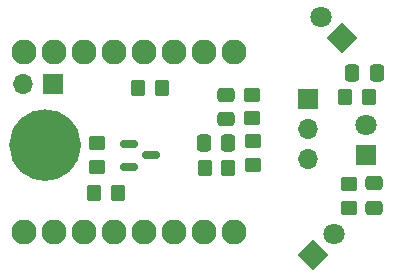
<source format=gbr>
%TF.GenerationSoftware,KiCad,Pcbnew,8.0.2*%
%TF.CreationDate,2024-08-10T10:20:15+02:00*%
%TF.ProjectId,ir-blaster,69722d62-6c61-4737-9465-722e6b696361,rev?*%
%TF.SameCoordinates,Original*%
%TF.FileFunction,Soldermask,Top*%
%TF.FilePolarity,Negative*%
%FSLAX46Y46*%
G04 Gerber Fmt 4.6, Leading zero omitted, Abs format (unit mm)*
G04 Created by KiCad (PCBNEW 8.0.2) date 2024-08-10 10:20:15*
%MOMM*%
%LPD*%
G01*
G04 APERTURE LIST*
G04 Aperture macros list*
%AMRoundRect*
0 Rectangle with rounded corners*
0 $1 Rounding radius*
0 $2 $3 $4 $5 $6 $7 $8 $9 X,Y pos of 4 corners*
0 Add a 4 corners polygon primitive as box body*
4,1,4,$2,$3,$4,$5,$6,$7,$8,$9,$2,$3,0*
0 Add four circle primitives for the rounded corners*
1,1,$1+$1,$2,$3*
1,1,$1+$1,$4,$5*
1,1,$1+$1,$6,$7*
1,1,$1+$1,$8,$9*
0 Add four rect primitives between the rounded corners*
20,1,$1+$1,$2,$3,$4,$5,0*
20,1,$1+$1,$4,$5,$6,$7,0*
20,1,$1+$1,$6,$7,$8,$9,0*
20,1,$1+$1,$8,$9,$2,$3,0*%
%AMRotRect*
0 Rectangle, with rotation*
0 The origin of the aperture is its center*
0 $1 length*
0 $2 width*
0 $3 Rotation angle, in degrees counterclockwise*
0 Add horizontal line*
21,1,$1,$2,0,0,$3*%
G04 Aperture macros list end*
%ADD10C,3.025000*%
%ADD11RoundRect,0.250000X0.350000X0.450000X-0.350000X0.450000X-0.350000X-0.450000X0.350000X-0.450000X0*%
%ADD12R,1.700000X1.700000*%
%ADD13O,1.700000X1.700000*%
%ADD14RoundRect,0.150000X-0.587500X-0.150000X0.587500X-0.150000X0.587500X0.150000X-0.587500X0.150000X0*%
%ADD15R,1.800000X1.800000*%
%ADD16C,1.800000*%
%ADD17RoundRect,0.250000X-0.337500X-0.475000X0.337500X-0.475000X0.337500X0.475000X-0.337500X0.475000X0*%
%ADD18RoundRect,0.250000X0.450000X-0.350000X0.450000X0.350000X-0.450000X0.350000X-0.450000X-0.350000X0*%
%ADD19RotRect,1.800000X1.800000X135.000000*%
%ADD20C,2.109000*%
%ADD21RoundRect,0.250000X-0.475000X0.337500X-0.475000X-0.337500X0.475000X-0.337500X0.475000X0.337500X0*%
%ADD22RoundRect,0.250000X0.475000X-0.337500X0.475000X0.337500X-0.475000X0.337500X-0.475000X-0.337500X0*%
%ADD23RoundRect,0.250000X0.337500X0.475000X-0.337500X0.475000X-0.337500X-0.475000X0.337500X-0.475000X0*%
%ADD24RoundRect,0.250000X-0.450000X0.350000X-0.450000X-0.350000X0.450000X-0.350000X0.450000X0.350000X0*%
%ADD25RotRect,1.800000X1.800000X45.000000*%
G04 APERTURE END LIST*
D10*
X59282500Y-42980000D02*
G75*
G02*
X56257500Y-42980000I-1512500J0D01*
G01*
X56257500Y-42980000D02*
G75*
G02*
X59282500Y-42980000I1512500J0D01*
G01*
D11*
%TO.C,R7*%
X73280000Y-44930000D03*
X71280000Y-44930000D03*
%TD*%
D12*
%TO.C,J2*%
X80045000Y-39065000D03*
D13*
X80045000Y-41605000D03*
X80045000Y-44145000D03*
%TD*%
D14*
%TO.C,Q1*%
X64832500Y-42900000D03*
X64832500Y-44800000D03*
X66707500Y-43850000D03*
%TD*%
D15*
%TO.C,D2*%
X84960000Y-43855000D03*
D16*
X84960000Y-41315000D03*
%TD*%
D11*
%TO.C,R8*%
X67630000Y-38120000D03*
X65630000Y-38120000D03*
%TD*%
D17*
%TO.C,C2*%
X83772500Y-36900000D03*
X85847500Y-36900000D03*
%TD*%
D11*
%TO.C,R2*%
X63930000Y-47070000D03*
X61930000Y-47070000D03*
%TD*%
%TO.C,R4*%
X85190000Y-38940000D03*
X83190000Y-38940000D03*
%TD*%
D18*
%TO.C,R1*%
X62170000Y-44800000D03*
X62170000Y-42800000D03*
%TD*%
D19*
%TO.C,D1*%
X82916051Y-33896051D03*
D16*
X81120000Y-32100000D03*
%TD*%
D20*
%TO.C,U1*%
X73730000Y-35090000D03*
X71190000Y-35090000D03*
X68650000Y-35090000D03*
X66110000Y-35090000D03*
X61030000Y-35090000D03*
X63570000Y-35090000D03*
X55950000Y-50330000D03*
X55950000Y-35090000D03*
X58490000Y-50330000D03*
X61030000Y-50330000D03*
X63570000Y-50330000D03*
X66110000Y-50330000D03*
X68650000Y-50330000D03*
X71190000Y-50330000D03*
X73730000Y-50330000D03*
X58490000Y-35090000D03*
%TD*%
D21*
%TO.C,C3*%
X85630000Y-46220000D03*
X85630000Y-48295000D03*
%TD*%
D18*
%TO.C,R5*%
X83500000Y-48300000D03*
X83500000Y-46300000D03*
%TD*%
D22*
%TO.C,C1*%
X73070000Y-40797500D03*
X73070000Y-38722500D03*
%TD*%
D23*
%TO.C,C4*%
X73257500Y-42790000D03*
X71182500Y-42790000D03*
%TD*%
D24*
%TO.C,R6*%
X75340000Y-42630000D03*
X75340000Y-44630000D03*
%TD*%
D12*
%TO.C,J1*%
X58415000Y-37815000D03*
D13*
X55875000Y-37815000D03*
%TD*%
D24*
%TO.C,R3*%
X75310000Y-38710000D03*
X75310000Y-40710000D03*
%TD*%
D25*
%TO.C,D3*%
X80418439Y-52311562D03*
D16*
X82214490Y-50515511D03*
%TD*%
M02*

</source>
